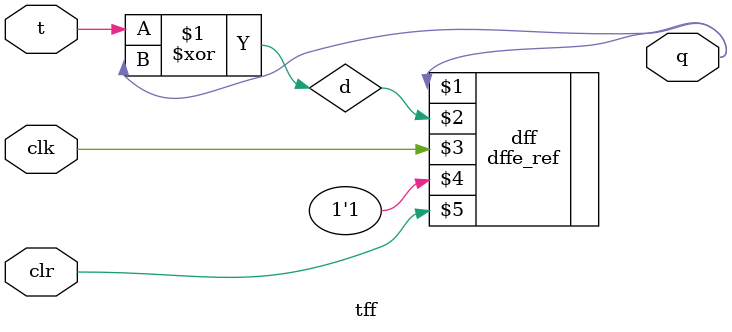
<source format=v>
module tff(t, clk, clr, q);
   input t, clk, clr;
   output q;
   wire d;

   xor(d,t,q);
   dffe_ref dff(q, d, clk, 1'b1, clr);
endmodule

</source>
